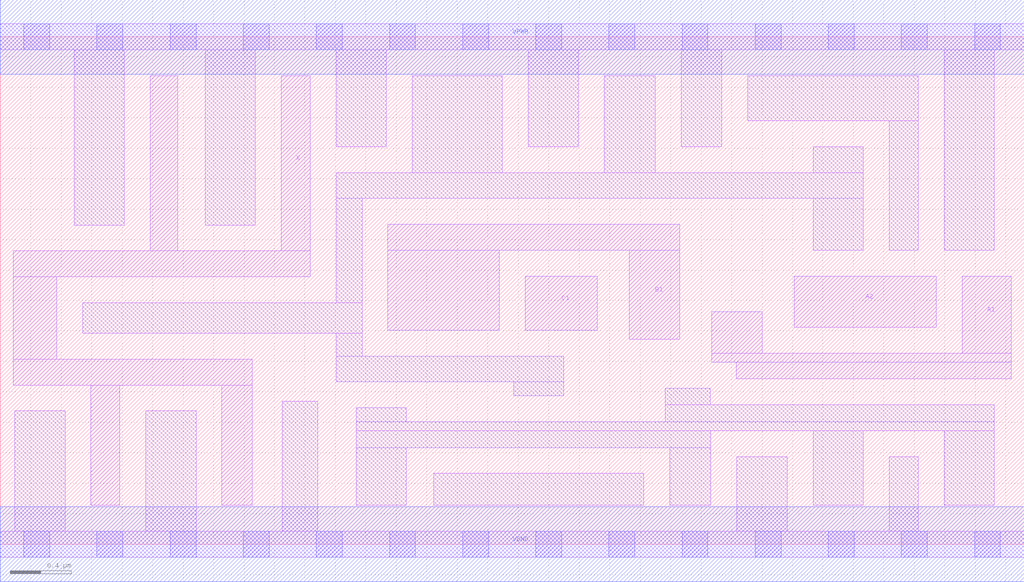
<source format=lef>
# Copyright 2020 The SkyWater PDK Authors
#
# Licensed under the Apache License, Version 2.0 (the "License");
# you may not use this file except in compliance with the License.
# You may obtain a copy of the License at
#
#     https://www.apache.org/licenses/LICENSE-2.0
#
# Unless required by applicable law or agreed to in writing, software
# distributed under the License is distributed on an "AS IS" BASIS,
# WITHOUT WARRANTIES OR CONDITIONS OF ANY KIND, either express or implied.
# See the License for the specific language governing permissions and
# limitations under the License.
#
# SPDX-License-Identifier: Apache-2.0

VERSION 5.7 ;
  NAMESCASESENSITIVE ON ;
  NOWIREEXTENSIONATPIN ON ;
  DIVIDERCHAR "/" ;
  BUSBITCHARS "[]" ;
UNITS
  DATABASE MICRONS 200 ;
END UNITS
MACRO sky130_fd_sc_lp__o211a_4
  CLASS CORE ;
  SOURCE USER ;
  FOREIGN sky130_fd_sc_lp__o211a_4 ;
  ORIGIN  0.000000  0.000000 ;
  SIZE  6.720000 BY  3.330000 ;
  SYMMETRY X Y R90 ;
  SITE unit ;
  PIN A1
    ANTENNAGATEAREA  0.630000 ;
    DIRECTION INPUT ;
    USE SIGNAL ;
    PORT
      LAYER li1 ;
        RECT 4.670000 1.195000 6.635000 1.255000 ;
        RECT 4.670000 1.255000 5.000000 1.525000 ;
        RECT 4.830000 1.085000 6.635000 1.195000 ;
        RECT 6.315000 1.255000 6.635000 1.760000 ;
    END
  END A1
  PIN A2
    ANTENNAGATEAREA  0.630000 ;
    DIRECTION INPUT ;
    USE SIGNAL ;
    PORT
      LAYER li1 ;
        RECT 5.210000 1.425000 6.145000 1.760000 ;
    END
  END A2
  PIN B1
    ANTENNAGATEAREA  0.630000 ;
    DIRECTION INPUT ;
    USE SIGNAL ;
    PORT
      LAYER li1 ;
        RECT 2.545000 1.405000 3.275000 1.930000 ;
        RECT 2.545000 1.930000 4.460000 2.100000 ;
        RECT 4.130000 1.345000 4.460000 1.930000 ;
    END
  END B1
  PIN C1
    ANTENNAGATEAREA  0.630000 ;
    DIRECTION INPUT ;
    USE SIGNAL ;
    PORT
      LAYER li1 ;
        RECT 3.445000 1.405000 3.920000 1.760000 ;
    END
  END C1
  PIN X
    ANTENNADIFFAREA  1.176000 ;
    DIRECTION OUTPUT ;
    USE SIGNAL ;
    PORT
      LAYER li1 ;
        RECT 0.085000 1.045000 1.655000 1.215000 ;
        RECT 0.085000 1.215000 0.370000 1.755000 ;
        RECT 0.085000 1.755000 2.035000 1.925000 ;
        RECT 0.595000 0.255000 0.785000 1.045000 ;
        RECT 0.985000 1.925000 1.165000 3.075000 ;
        RECT 1.455000 0.255000 1.655000 1.045000 ;
        RECT 1.845000 1.925000 2.035000 3.075000 ;
    END
  END X
  PIN VGND
    DIRECTION INOUT ;
    USE GROUND ;
    PORT
      LAYER met1 ;
        RECT 0.000000 -0.245000 6.720000 0.245000 ;
    END
  END VGND
  PIN VPWR
    DIRECTION INOUT ;
    USE POWER ;
    PORT
      LAYER met1 ;
        RECT 0.000000 3.085000 6.720000 3.575000 ;
    END
  END VPWR
  OBS
    LAYER li1 ;
      RECT 0.000000 -0.085000 6.720000 0.085000 ;
      RECT 0.000000  3.245000 6.720000 3.415000 ;
      RECT 0.095000  0.085000 0.425000 0.875000 ;
      RECT 0.485000  2.095000 0.815000 3.245000 ;
      RECT 0.540000  1.385000 2.375000 1.585000 ;
      RECT 0.955000  0.085000 1.285000 0.875000 ;
      RECT 1.345000  2.095000 1.675000 3.245000 ;
      RECT 1.850000  0.085000 2.085000 0.940000 ;
      RECT 2.205000  1.065000 3.700000 1.235000 ;
      RECT 2.205000  1.235000 2.375000 1.385000 ;
      RECT 2.205000  1.585000 2.375000 2.270000 ;
      RECT 2.205000  2.270000 5.665000 2.440000 ;
      RECT 2.205000  2.610000 2.535000 3.245000 ;
      RECT 2.335000  0.255000 2.665000 0.635000 ;
      RECT 2.335000  0.635000 4.665000 0.745000 ;
      RECT 2.335000  0.745000 6.525000 0.805000 ;
      RECT 2.335000  0.805000 2.665000 0.895000 ;
      RECT 2.705000  2.440000 3.295000 3.075000 ;
      RECT 2.845000  0.255000 4.225000 0.465000 ;
      RECT 3.370000  0.975000 3.700000 1.065000 ;
      RECT 3.465000  2.610000 3.795000 3.245000 ;
      RECT 3.965000  2.440000 4.300000 3.075000 ;
      RECT 4.365000  0.805000 6.525000 0.915000 ;
      RECT 4.365000  0.915000 4.660000 1.025000 ;
      RECT 4.395000  0.255000 4.665000 0.635000 ;
      RECT 4.470000  2.610000 4.735000 3.245000 ;
      RECT 4.835000  0.085000 5.165000 0.575000 ;
      RECT 4.905000  2.780000 6.025000 3.075000 ;
      RECT 5.335000  0.255000 5.665000 0.745000 ;
      RECT 5.335000  1.930000 5.665000 2.270000 ;
      RECT 5.335000  2.440000 5.665000 2.610000 ;
      RECT 5.835000  0.085000 6.025000 0.575000 ;
      RECT 5.835000  1.930000 6.025000 2.780000 ;
      RECT 6.195000  0.255000 6.525000 0.745000 ;
      RECT 6.195000  1.930000 6.525000 3.245000 ;
    LAYER mcon ;
      RECT 0.155000 -0.085000 0.325000 0.085000 ;
      RECT 0.155000  3.245000 0.325000 3.415000 ;
      RECT 0.635000 -0.085000 0.805000 0.085000 ;
      RECT 0.635000  3.245000 0.805000 3.415000 ;
      RECT 1.115000 -0.085000 1.285000 0.085000 ;
      RECT 1.115000  3.245000 1.285000 3.415000 ;
      RECT 1.595000 -0.085000 1.765000 0.085000 ;
      RECT 1.595000  3.245000 1.765000 3.415000 ;
      RECT 2.075000 -0.085000 2.245000 0.085000 ;
      RECT 2.075000  3.245000 2.245000 3.415000 ;
      RECT 2.555000 -0.085000 2.725000 0.085000 ;
      RECT 2.555000  3.245000 2.725000 3.415000 ;
      RECT 3.035000 -0.085000 3.205000 0.085000 ;
      RECT 3.035000  3.245000 3.205000 3.415000 ;
      RECT 3.515000 -0.085000 3.685000 0.085000 ;
      RECT 3.515000  3.245000 3.685000 3.415000 ;
      RECT 3.995000 -0.085000 4.165000 0.085000 ;
      RECT 3.995000  3.245000 4.165000 3.415000 ;
      RECT 4.475000 -0.085000 4.645000 0.085000 ;
      RECT 4.475000  3.245000 4.645000 3.415000 ;
      RECT 4.955000 -0.085000 5.125000 0.085000 ;
      RECT 4.955000  3.245000 5.125000 3.415000 ;
      RECT 5.435000 -0.085000 5.605000 0.085000 ;
      RECT 5.435000  3.245000 5.605000 3.415000 ;
      RECT 5.915000 -0.085000 6.085000 0.085000 ;
      RECT 5.915000  3.245000 6.085000 3.415000 ;
      RECT 6.395000 -0.085000 6.565000 0.085000 ;
      RECT 6.395000  3.245000 6.565000 3.415000 ;
  END
END sky130_fd_sc_lp__o211a_4
END LIBRARY

</source>
